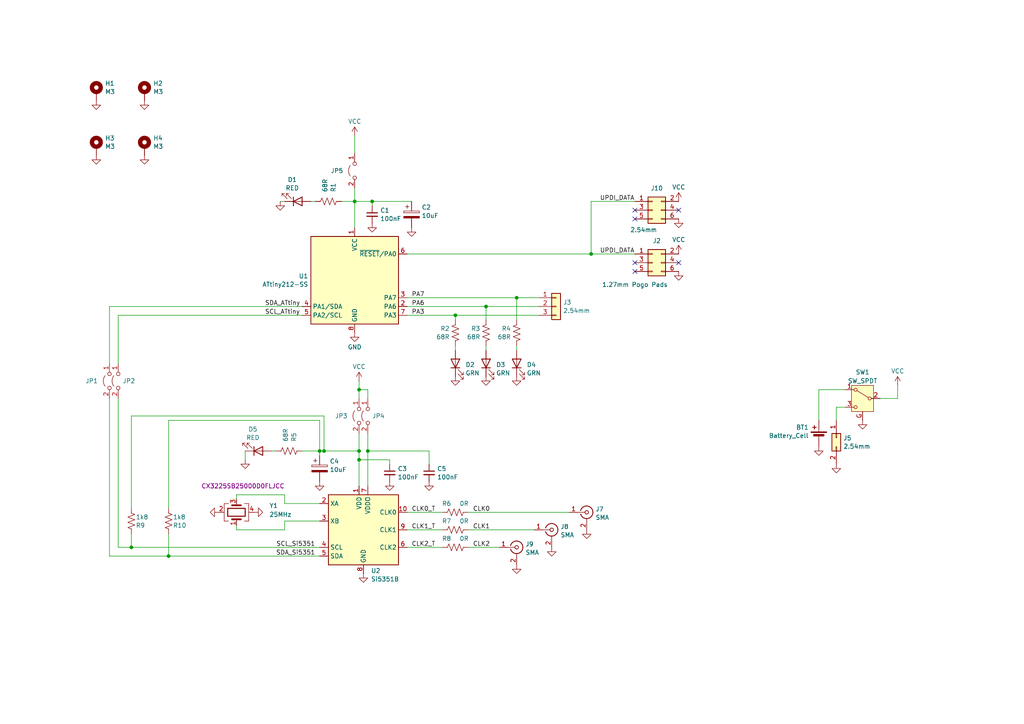
<source format=kicad_sch>
(kicad_sch (version 20230121) (generator eeschema)
  (paper "A4")
  (title_block (title "Si5351 Development Board") (date "2024-07-15") (rev "A") (company "Company: Inverted Pursuits Lab") (comment 1 "Engineer: Thomas Francois KXØSTL"))
  (lib_symbols
    (symbol "Connector:Conn_Coaxial" (pin_names (offset 1.016) hide)
      (property "Reference" "J" (at 0.254 3.048 0))
      (property "Value" "Conn_Coaxial" (at 2.921 0 90))
      (symbol "Conn_Coaxial_0_1"
        (arc (start -1.778 -0.508) (mid 0.2311 -1.8066) (end 1.778 0) (stroke (width 0.254)))
        (polyline (pts (xy -2.54 0) (xy -0.508 0)))
        (polyline (pts (xy 0 -2.54) (xy 0 -1.778)))
        (circle (center 0 0) (radius 0.508) (stroke (width 0.2032)))
        (arc (start 1.778 0) (mid 0.2099 1.8101) (end -1.778 0.508) (stroke (width 0.254)))
      )
      (symbol "Conn_Coaxial_1_1"
        (pin passive line (at -5.08 0 0) (length 2.54) (name "In") (number "1"))
        (pin passive line (at 0 -5.08 90) (length 2.54) (name "Ext") (number "2"))
      )
    )
    (symbol "Connector_Generic:Conn_01x03" (pin_names (offset 1.016) hide)
      (property "Reference" "J" (at 0 5.08 0))
      (property "Value" "Conn_01x03" (at 0 -5.08 0))
      (symbol "Conn_01x03_1_1"
        (rectangle (start -1.27 -2.413) (end 0 -2.667) (stroke (width 0.1524)))
        (rectangle (start -1.27 0.127) (end 0 -0.127) (stroke (width 0.1524)))
        (rectangle (start -1.27 2.667) (end 0 2.413) (stroke (width 0.1524)))
        (rectangle (start -1.27 3.81) (end 1.27 -3.81) (stroke (width 0.254)) (fill (type background)))
        (pin passive line (at -5.08 2.54 0) (length 3.81) (name "Pin_1") (number "1"))
        (pin passive line (at -5.08 0 0) (length 3.81) (name "Pin_2") (number "2"))
        (pin passive line (at -5.08 -2.54 0) (length 3.81) (name "Pin_3") (number "3"))
      )
    )
    (symbol "Connector_Generic:Conn_02x01" (pin_names (offset 1.016) hide)
      (property "Reference" "J" (at 1.27 2.54 0))
      (property "Value" "Conn_02x01" (at 1.27 -2.54 0))
      (symbol "Conn_02x01_1_1"
        (rectangle (start -1.27 0.127) (end 0 -0.127) (stroke (width 0.1524)))
        (rectangle (start -1.27 1.27) (end 3.81 -1.27) (stroke (width 0.254)) (fill (type background)))
        (rectangle (start 3.81 0.127) (end 2.54 -0.127) (stroke (width 0.1524)))
        (pin passive line (at -5.08 0 0) (length 3.81) (name "Pin_1") (number "1"))
        (pin passive line (at 7.62 0 180) (length 3.81) (name "Pin_2") (number "2"))
      )
    )
    (symbol "Connector_Generic:Conn_02x03_Odd_Even" (pin_names (offset 1.016) hide)
      (property "Reference" "J" (at 1.27 5.08 0))
      (property "Value" "Conn_02x03_Odd_Even" (at 1.27 -5.08 0))
      (symbol "Conn_02x03_Odd_Even_1_1"
        (rectangle (start -1.27 -2.413) (end 0 -2.667) (stroke (width 0.1524)))
        (rectangle (start -1.27 0.127) (end 0 -0.127) (stroke (width 0.1524)))
        (rectangle (start -1.27 2.667) (end 0 2.413) (stroke (width 0.1524)))
        (rectangle (start -1.27 3.81) (end 3.81 -3.81) (stroke (width 0.254)) (fill (type background)))
        (rectangle (start 3.81 -2.413) (end 2.54 -2.667) (stroke (width 0.1524)))
        (rectangle (start 3.81 0.127) (end 2.54 -0.127) (stroke (width 0.1524)))
        (rectangle (start 3.81 2.667) (end 2.54 2.413) (stroke (width 0.1524)))
        (pin passive line (at -5.08 2.54 0) (length 3.81) (name "Pin_1") (number "1"))
        (pin passive line (at 7.62 2.54 180) (length 3.81) (name "Pin_2") (number "2"))
        (pin passive line (at -5.08 0 0) (length 3.81) (name "Pin_3") (number "3"))
        (pin passive line (at 7.62 0 180) (length 3.81) (name "Pin_4") (number "4"))
        (pin passive line (at -5.08 -2.54 0) (length 3.81) (name "Pin_5") (number "5"))
        (pin passive line (at 7.62 -2.54 180) (length 3.81) (name "Pin_6") (number "6"))
      )
    )
    (symbol "Device:Battery_Cell" (pin_numbers hide) (pin_names (offset 0) hide)
      (property "Reference" "BT1" (at 2.921 3.0536 0))
      (property "Value" "Battery_Cell" (at 2.921 0.6294 0))
      (symbol "Battery_Cell_0_1"
        (rectangle (start -2.286 1.778) (end 2.286 1.524) (fill (type outline)))
        (rectangle (start -1.524 1.016) (end 1.524 0.508) (fill (type outline)))
        (polyline (pts (xy 0 0.762) (xy 0 0)))
        (polyline (pts (xy 0 1.778) (xy 0 2.54)))
        (polyline (pts (xy 0.762 3.048) (xy 1.778 3.048)) (stroke (width 0.254)))
        (polyline (pts (xy 1.27 3.556) (xy 1.27 2.54)) (stroke (width 0.254)))
      )
      (symbol "Battery_Cell_1_1"
        (pin passive line (at 0 -2.54 90) (length 2.54) (name "-") (number "N"))
        (pin passive line (at 0 5.08 270) (length 2.54) (name "+") (number "P"))
      )
    )
    (symbol "Device:C_Polarized" (pin_numbers hide) (pin_names (offset 0.254))
      (property "Reference" "C" (at 0.635 2.54 0))
      (property "Value" "C_Polarized" (at 0.635 -2.54 0))
      (symbol "C_Polarized_0_1"
        (rectangle (start -2.286 0.508) (end 2.286 1.016))
        (polyline (pts (xy -1.778 2.286) (xy -0.762 2.286)))
        (polyline (pts (xy -1.27 2.794) (xy -1.27 1.778)))
        (rectangle (start 2.286 -0.508) (end -2.286 -1.016) (fill (type outline)))
      )
      (symbol "C_Polarized_1_1"
        (pin passive line (at 0 3.81 270) (length 2.794) (name "~") (number "1"))
        (pin passive line (at 0 -3.81 90) (length 2.794) (name "~") (number "2"))
      )
    )
    (symbol "Device:C_Small" (pin_numbers hide) (pin_names (offset 0.254) hide)
      (property "Reference" "C" (at 0.254 1.778 0))
      (property "Value" "C_Small" (at 0.254 -2.032 0))
      (symbol "C_Small_0_1"
        (polyline (pts (xy -1.524 -0.508) (xy 1.524 -0.508)) (stroke (width 0.3302)))
        (polyline (pts (xy -1.524 0.508) (xy 1.524 0.508)) (stroke (width 0.3048)))
      )
      (symbol "C_Small_1_1"
        (pin passive line (at 0 2.54 270) (length 2.032) (name "~") (number "1"))
        (pin passive line (at 0 -2.54 90) (length 2.032) (name "~") (number "2"))
      )
    )
    (symbol "Device:Crystal_GND24" (pin_names (offset 1.016) hide)
      (property "Reference" "Y" (at 3.175 5.08 0))
      (property "Value" "Crystal_GND24" (at 3.175 3.175 0))
      (symbol "Crystal_GND24_0_1"
        (rectangle (start -1.143 2.54) (end 1.143 -2.54) (stroke (width 0.3048)))
        (polyline (pts (xy -2.54 0) (xy -2.032 0)))
        (polyline (pts (xy -2.032 -1.27) (xy -2.032 1.27)) (stroke (width 0.508)))
        (polyline (pts (xy 0 -3.81) (xy 0 -3.556)))
        (polyline (pts (xy 0 3.556) (xy 0 3.81)))
        (polyline (pts (xy 2.032 -1.27) (xy 2.032 1.27)) (stroke (width 0.508)))
        (polyline (pts (xy 2.032 0) (xy 2.54 0)))
        (polyline (pts (xy -2.54 -2.286) (xy -2.54 -3.556) (xy 2.54 -3.556) (xy 2.54 -2.286)))
        (polyline (pts (xy -2.54 2.286) (xy -2.54 3.556) (xy 2.54 3.556) (xy 2.54 2.286)))
      )
      (symbol "Crystal_GND24_1_1"
        (pin passive line (at -3.81 0 0) (length 1.27) (name "1") (number "1"))
        (pin passive line (at 0 5.08 270) (length 1.27) (name "2") (number "2"))
        (pin passive line (at 3.81 0 180) (length 1.27) (name "3") (number "3"))
        (pin passive line (at 0 -5.08 90) (length 1.27) (name "4") (number "4"))
      )
    )
    (symbol "Device:LED" (pin_numbers hide) (pin_names (offset 1.016) hide)
      (property "Reference" "D" (at 0 2.54 0))
      (property "Value" "LED" (at 0 -2.54 0))
      (symbol "LED_0_1"
        (polyline (pts (xy -1.27 -1.27) (xy -1.27 1.27)) (stroke (width 0.254)))
        (polyline (pts (xy -1.27 0) (xy 1.27 0)))
        (polyline (pts (xy 1.27 -1.27) (xy 1.27 1.27) (xy -1.27 0) (xy 1.27 -1.27)) (stroke (width 0.254)))
        (polyline (pts (xy -3.048 -0.762) (xy -4.572 -2.286) (xy -3.81 -2.286) (xy -4.572 -2.286) (xy -4.572 -1.524)))
        (polyline (pts (xy -1.778 -0.762) (xy -3.302 -2.286) (xy -2.54 -2.286) (xy -3.302 -2.286) (xy -3.302 -1.524)))
      )
      (symbol "LED_1_1"
        (pin passive line (at -3.81 0 0) (length 2.54) (name "K") (number "1"))
        (pin passive line (at 3.81 0 180) (length 2.54) (name "A") (number "2"))
      )
    )
    (symbol "Device:R_US" (pin_numbers hide) (pin_names (offset 0))
      (property "Reference" "R" (at 2.54 0 90))
      (property "Value" "R_US" (at -2.54 0 90))
      (symbol "R_US_0_1"
        (polyline (pts (xy 0 -2.286) (xy 0 -2.54)))
        (polyline (pts (xy 0 2.286) (xy 0 2.54)))
        (polyline (pts (xy 0 -0.762) (xy 1.016 -1.143) (xy 0 -1.524) (xy -1.016 -1.905) (xy 0 -2.286)))
        (polyline (pts (xy 0 0.762) (xy 1.016 0.381) (xy 0 0) (xy -1.016 -0.381) (xy 0 -0.762)))
        (polyline (pts (xy 0 2.286) (xy 1.016 1.905) (xy 0 1.524) (xy -1.016 1.143) (xy 0 0.762)))
      )
      (symbol "R_US_1_1"
        (pin passive line (at 0 3.81 270) (length 1.27) (name "~") (number "1"))
        (pin passive line (at 0 -3.81 90) (length 1.27) (name "~") (number "2"))
      )
    )
    (symbol "Jumper:Jumper_2_Open" (pin_names (offset 0) hide)
      (property "Reference" "JP" (at 0 2.794 0))
      (property "Value" "Jumper_2_Open" (at 0 -2.286 0))
      (symbol "Jumper_2_Open_0_0"
        (circle (center -2.032 0) (radius 0.508))
        (circle (center 2.032 0) (radius 0.508))
      )
      (symbol "Jumper_2_Open_0_1"
        (arc (start 1.524 1.27) (mid 0 1.778) (end -1.524 1.27))
      )
      (symbol "Jumper_2_Open_1_1"
        (pin passive line (at -5.08 0 0) (length 2.54) (name "A") (number "1"))
        (pin passive line (at 5.08 0 180) (length 2.54) (name "B") (number "2"))
      )
    )
    (symbol "MCU_Microchip_ATtiny:ATtiny212-SS"
      (property "Reference" "U1" (at -13.462 1.2121 0))
      (property "Value" "ATtiny212-SS" (at -13.462 -1.2121 0))
      (symbol "ATtiny212-SS_0_1"
        (rectangle (start -12.7 -12.7) (end 12.7 12.7) (stroke (width 0.254)) (fill (type background)))
      )
      (symbol "ATtiny212-SS_1_1"
        (pin power_in line (at 0 15.24 270) (length 2.54) (name "VCC") (number "1"))
        (pin bidirectional line (at 15.24 -7.62 180) (length 2.54) (name "PA6") (number "2"))
        (pin bidirectional line (at 15.24 -5.08 180) (length 2.54) (name "PA7") (number "3"))
        (pin bidirectional line (at -15.24 -7.62 0) (length 2.54) (name "PA1/SDA") (number "4"))
        (pin bidirectional line (at -15.24 -10.16 0) (length 2.54) (name "PA2/SCL") (number "5"))
        (pin bidirectional line (at 15.24 7.62 180) (length 2.54) (name "~{RESET}/PA0") (number "6"))
        (pin bidirectional line (at 15.24 -10.16 180) (length 2.54) (name "PA3") (number "7"))
        (pin power_in line (at 0 -15.24 90) (length 2.54) (name "GND") (number "8"))
      )
    )
    (symbol "Mechanical:MountingHole_Pad" (pin_numbers hide) (pin_names (offset 1.016) hide)
      (property "Reference" "H" (at 0 6.35 0))
      (property "Value" "MountingHole_Pad" (at 0 4.445 0))
      (symbol "MountingHole_Pad_0_1"
        (circle (center 0 1.27) (radius 1.27) (stroke (width 1.27)))
      )
      (symbol "MountingHole_Pad_1_1"
        (pin input line (at 0 -2.54 90) (length 2.54) (name "1") (number "1"))
      )
    )
    (symbol "Oscillator:Si5351A-B-GT"
      (property "Reference" "U2" (at 2.1941 -11.8801 0))
      (property "Value" "Si5351B" (at 2.1941 -14.3043 0))
      (symbol "Si5351A-B-GT_0_1"
        (rectangle (start -10.16 10.16) (end 10.16 -10.16) (stroke (width 0.254)) (fill (type background)))
      )
      (symbol "Si5351A-B-GT_1_1"
        (pin power_in line (at -1.27 12.7 270) (length 2.54) (name "VDD") (number "1"))
        (pin output line (at 12.7 5.08 180) (length 2.54) (name "CLK0") (number "10"))
        (pin input line (at -12.7 7.62 0) (length 2.54) (name "XA") (number "2"))
        (pin input line (at -12.7 2.54 0) (length 2.54) (name "XB") (number "3"))
        (pin input line (at -12.7 -5.08 0) (length 2.54) (name "SCL") (number "4"))
        (pin bidirectional line (at -12.7 -7.62 0) (length 2.54) (name "SDA") (number "5"))
        (pin output line (at 12.7 -5.08 180) (length 2.54) (name "CLK2") (number "6"))
        (pin power_in line (at 1.27 12.7 270) (length 2.54) (name "VDDO") (number "7"))
        (pin power_in line (at 0 -12.7 90) (length 2.54) (name "GND") (number "8"))
        (pin output line (at 12.7 0 180) (length 2.54) (name "CLK1") (number "9"))
      )
    )
    (symbol "Switch:SW_SPDT" (pin_names (offset 0) hide)
      (property "Reference" "SW1" (at 0 7.62 0))
      (property "Value" "SW_SPDT" (at 0 5.08 0))
      (symbol "SW_SPDT_0_1"
        (circle (center -2.032 0) (radius 0.4572))
        (polyline (pts (xy -1.651 0.254) (xy 1.651 2.286)))
        (circle (center 2.032 -2.54) (radius 0.4572))
        (circle (center 2.032 2.54) (radius 0.4572))
      )
      (symbol "SW_SPDT_1_1"
        (rectangle (start -3.175 3.81) (end 3.175 -3.81) (fill (type background)))
        (pin passive line (at 5.08 2.54 180) (length 2.54) (name "A") (number "1"))
        (pin passive line (at -5.08 0 0) (length 2.54) (name "B") (number "2"))
        (pin passive line (at 5.08 -2.54 180) (length 2.54) (name "C") (number "3"))
        (pin power_in line (at 0 -6.35 90) (length 2.54) (name "G") (number "G"))
        (pin power_in line (at 0 -6.35 90) (length 2.54) hide (name "G") (number "G"))
      )
    )
    (symbol "power:GND" (power) (pin_names (offset 0))
      (property "Value" "GND" (at 0 -3.81 0))
      (symbol "GND_0_1"
        (polyline (pts (xy 0 0) (xy 0 -1.27) (xy 1.27 -1.27) (xy 0 -2.54) (xy -1.27 -1.27) (xy 0 -1.27)))
      )
      (symbol "GND_1_1"
        (pin power_in line (at 0 0 270) (length 0) hide (name "GND") (number "1"))
      )
    )
    (symbol "power:VCC" (power) (pin_names (offset 0))
      (property "Value" "VCC" (at 0 3.81 0))
      (symbol "VCC_0_1"
        (polyline (pts (xy -0.762 1.27) (xy 0 2.54)))
        (polyline (pts (xy 0 0) (xy 0 2.54)))
        (polyline (pts (xy 0 2.54) (xy 0.762 1.27)))
      )
      (symbol "VCC_1_1"
        (pin power_in line (at 0 0 90) (length 0) hide (name "VCC") (number "1"))
      )
    )
  )
  (junction (at 48.895 161.29))
  (junction (at 93.98 130.81))
  (junction (at 171.45 73.66))
  (junction (at 104.14 133.35))
  (junction (at 104.14 130.81))
  (junction (at 106.68 130.81))
  (junction (at 104.14 113.03))
  (junction (at 102.87 58.42))
  (junction (at 149.86 86.36))
  (junction (at 38.1 158.75))
  (junction (at 140.97 88.9))
  (junction (at 132.08 91.44))
  (junction (at 107.95 58.42))
  (junction (at 92.71 130.81))
  (no_connect (at 184.15 78.74))
  (no_connect (at 196.85 60.96))
  (no_connect (at 184.15 76.2))
  (no_connect (at 196.85 76.2))
  (no_connect (at 184.15 63.5))
  (no_connect (at 184.15 60.96))
  (wire (pts (xy 104.14 125.73) (xy 104.14 130.81)))
  (wire (pts (xy 255.27 115.57) (xy 260.35 115.57)))
  (wire (pts (xy 184.15 58.42) (xy 171.45 58.42)))
  (wire (pts (xy 38.1 154.94) (xy 38.1 158.75)))
  (wire (pts (xy 93.98 120.65) (xy 93.98 130.81)))
  (wire (pts (xy 118.11 73.66) (xy 171.45 73.66)))
  (wire (pts (xy 107.95 58.42) (xy 119.38 58.42)))
  (wire (pts (xy 132.08 91.44) (xy 156.21 91.44)))
  (wire (pts (xy 128.27 153.67) (xy 118.11 153.67)))
  (wire (pts (xy 140.97 88.9) (xy 156.21 88.9)))
  (wire (pts (xy 91.44 58.42) (xy 90.17 58.42)))
  (wire (pts (xy 102.87 58.42) (xy 102.87 66.04)))
  (wire (pts (xy 128.27 158.75) (xy 118.11 158.75)))
  (wire (pts (xy 135.89 148.59) (xy 165.1 148.59)))
  (wire (pts (xy 68.58 143.51) (xy 82.55 143.51)))
  (wire (pts (xy 82.55 153.67) (xy 68.58 153.67)))
  (wire (pts (xy 104.14 130.81) (xy 104.14 133.35)))
  (wire (pts (xy 68.58 153.67) (xy 68.58 152.4)))
  (wire (pts (xy 106.68 130.81) (xy 106.68 140.97)))
  (wire (pts (xy 34.29 91.44) (xy 34.29 105.41)))
  (wire (pts (xy 48.895 154.94) (xy 48.895 161.29)))
  (wire (pts (xy 107.95 59.69) (xy 107.95 58.42)))
  (wire (pts (xy 106.68 125.73) (xy 106.68 130.81)))
  (wire (pts (xy 38.1 120.65) (xy 38.1 147.32)))
  (wire (pts (xy 102.87 58.42) (xy 107.95 58.42)))
  (wire (pts (xy 106.68 130.81) (xy 124.46 130.81)))
  (wire (pts (xy 135.89 158.75) (xy 144.78 158.75)))
  (wire (pts (xy 82.55 143.51) (xy 82.55 146.05)))
  (wire (pts (xy 34.29 158.75) (xy 38.1 158.75)))
  (wire (pts (xy 128.27 148.59) (xy 118.11 148.59)))
  (wire (pts (xy 68.58 144.78) (xy 68.58 143.51)))
  (wire (pts (xy 102.87 39.37) (xy 102.87 44.45)))
  (wire (pts (xy 48.895 161.29) (xy 31.75 161.29)))
  (wire (pts (xy 140.97 92.71) (xy 140.97 88.9)))
  (wire (pts (xy 149.86 86.36) (xy 118.11 86.36)))
  (wire (pts (xy 106.68 113.03) (xy 106.68 115.57)))
  (wire (pts (xy 31.75 88.9) (xy 31.75 105.41)))
  (wire (pts (xy 104.14 110.49) (xy 104.14 113.03)))
  (wire (pts (xy 237.49 113.03) (xy 245.11 113.03)))
  (wire (pts (xy 102.87 54.61) (xy 102.87 58.42)))
  (wire (pts (xy 149.86 100.33) (xy 149.86 101.6)))
  (wire (pts (xy 104.14 133.35) (xy 113.03 133.35)))
  (wire (pts (xy 242.57 121.92) (xy 242.57 118.11)))
  (wire (pts (xy 92.71 132.08) (xy 92.71 130.81)))
  (wire (pts (xy 260.35 115.57) (xy 260.35 111.76)))
  (wire (pts (xy 113.03 134.62) (xy 113.03 133.35)))
  (wire (pts (xy 132.08 100.33) (xy 132.08 101.6)))
  (wire (pts (xy 87.63 91.44) (xy 34.29 91.44)))
  (wire (pts (xy 31.75 115.57) (xy 31.75 161.29)))
  (wire (pts (xy 140.97 100.33) (xy 140.97 101.6)))
  (wire (pts (xy 242.57 118.11) (xy 245.11 118.11)))
  (wire (pts (xy 87.63 130.81) (xy 92.71 130.81)))
  (wire (pts (xy 132.08 91.44) (xy 118.11 91.44)))
  (wire (pts (xy 82.55 151.13) (xy 92.71 151.13)))
  (wire (pts (xy 34.29 115.57) (xy 34.29 158.75)))
  (wire (pts (xy 171.45 58.42) (xy 171.45 73.66)))
  (wire (pts (xy 237.49 121.92) (xy 237.49 113.03)))
  (wire (pts (xy 171.45 73.66) (xy 184.15 73.66)))
  (wire (pts (xy 71.12 133.35) (xy 71.12 130.81)))
  (wire (pts (xy 82.55 146.05) (xy 92.71 146.05)))
  (wire (pts (xy 124.46 130.81) (xy 124.46 134.62)))
  (wire (pts (xy 31.75 88.9) (xy 87.63 88.9)))
  (wire (pts (xy 104.14 113.03) (xy 106.68 113.03)))
  (wire (pts (xy 132.08 92.71) (xy 132.08 91.44)))
  (wire (pts (xy 93.98 130.81) (xy 104.14 130.81)))
  (wire (pts (xy 80.01 130.81) (xy 78.74 130.81)))
  (wire (pts (xy 140.97 88.9) (xy 118.11 88.9)))
  (wire (pts (xy 92.71 121.92) (xy 92.71 130.81)))
  (wire (pts (xy 82.55 151.13) (xy 82.55 153.67)))
  (wire (pts (xy 38.1 120.65) (xy 93.98 120.65)))
  (wire (pts (xy 48.895 121.92) (xy 92.71 121.92)))
  (wire (pts (xy 99.06 58.42) (xy 102.87 58.42)))
  (wire (pts (xy 92.71 161.29) (xy 48.895 161.29)))
  (wire (pts (xy 104.14 133.35) (xy 104.14 140.97)))
  (wire (pts (xy 81.28 58.42) (xy 82.55 58.42)))
  (wire (pts (xy 38.1 158.75) (xy 92.71 158.75)))
  (wire (pts (xy 48.895 121.92) (xy 48.895 147.32)))
  (wire (pts (xy 104.14 113.03) (xy 104.14 115.57)))
  (wire (pts (xy 149.86 86.36) (xy 156.21 86.36)))
  (wire (pts (xy 135.89 153.67) (xy 154.94 153.67)))
  (wire (pts (xy 149.86 92.71) (xy 149.86 86.36)))
  (wire (pts (xy 92.71 130.81) (xy 93.98 130.81)))
  (label "PA6" (at 119.38 88.9 0))
  (label "SDA_ATtiny" (at 76.835 88.9 0))
  (label "SCL_ATtiny" (at 76.835 91.44 0))
  (label "CLK2" (at 137.16 158.75 0))
  (label "PA3" (at 119.38 91.44 0))
  (label "UPDI_DATA" (at 173.99 58.42 0))
  (label "CLK1_T" (at 119.38 153.67 0))
  (label "SDA_Si5351" (at 91.44 161.29 180))
  (label "PA7" (at 119.38 86.36 0))
  (label "CLK2_T" (at 119.38 158.75 0))
  (label "SCL_Si5351" (at 91.44 158.75 180))
  (label "CLK0_T" (at 119.38 148.59 0))
  (label "CLK0" (at 137.16 148.59 0))
  (label "UPDI_DATA" (at 173.99 73.66 0))
  (label "CLK1" (at 137.16 153.67 0))
  (symbol (lib_id "Jumper:Jumper_2_Open") (at 31.75 110.49 90) (mirror x) (unit 1)
    (property "Reference" "JP1" (at 24.765 110.49 90) (effects (justify right)))
    (property "Value" "Jumper_2_Open" (effects hide))
    (property "Footprint" "Jumper:SolderJumper-2_P1.3mm_Open_TrianglePad1.0x1.5mm" (effects hide))
  )
  (symbol (lib_id "power:GND") (at 41.91 29.21 0) (mirror y) (unit 1)
    (property "Reference" "#PWR031" (effects hide))
    (property "Value" "GND" (effects hide))
  )
  (symbol (lib_id "Device:R_US") (at 140.97 96.52 0) (mirror y) (unit 1)
    (property "Reference" "R3" (at 139.319 95.3079 0) (effects (justify left)))
    (property "Value" "68R" (at 139.319 97.7321 0) (effects (justify left)))
    (property "Footprint" "Resistor_SMD:R_0603_1608Metric_Pad0.98x0.95mm_HandSolder" (effects hide))
  )
  (symbol (lib_id "Jumper:Jumper_2_Open") (at 34.29 110.49 90) (mirror x) (unit 1)
    (property "Reference" "JP2" (at 35.56 110.49 90) (effects (justify right)))
    (property "Value" "Jumper_2_Open" (effects hide))
    (property "Footprint" "Jumper:SolderJumper-2_P1.3mm_Open_TrianglePad1.0x1.5mm" (effects hide))
  )
  (symbol (lib_id "power:GND") (at 27.94 29.21 0) (mirror y) (unit 1)
    (property "Reference" "#PWR030" (effects hide))
    (property "Value" "GND" (effects hide))
  )
  (symbol (lib_id "Connector_Generic:Conn_01x03") (at 161.29 88.9 0) (unit 1)
    (property "Reference" "J3" (at 163.322 87.6879 0) (effects (justify left)))
    (property "Value" "2.54mm" (at 163.322 90.1121 0) (effects (justify left)))
    (property "Footprint" "Connector_PinHeader_2.54mm:PinHeader_1x03_P2.54mm_Vertical" (effects hide))
  )
  (symbol (lib_id "Switch:SW_SPDT") (at 250.19 115.57 0) (mirror y) (unit 1)
    (property "Reference" "SW1" (at 250.19 107.95 0))
    (property "Value" "SW_SPDT" (at 250.19 110.49 0))
    (property "Footprint" "Library:SLW-121586-5A-D" (effects hide))
    (property "Datasheet" "https://www.cuidevices.com/product/resource/slw-121586-5a-d.pdf" (effects hide))
  )
  (symbol (lib_id "power:GND") (at 124.46 139.7 0) (mirror y) (unit 1)
    (property "Reference" "#PWR014" (effects hide))
    (property "Value" "GND" (effects hide))
  )
  (symbol (lib_id "power:GND") (at 113.03 139.7 0) (mirror y) (unit 1)
    (property "Reference" "#PWR025" (effects hide))
    (property "Value" "GND" (effects hide))
  )
  (symbol (lib_id "power:GND") (at 237.49 129.54 0) (unit 1)
    (property "Reference" "#PWR016" (effects hide))
    (property "Value" "GND" (effects hide))
  )
  (symbol (lib_id "power:GND") (at 149.86 163.83 0) (unit 1)
    (property "Reference" "#PWR023" (effects hide))
    (property "Value" "GND" (effects hide))
  )
  (symbol (lib_id "Device:LED") (at 132.08 105.41 90) (unit 1)
    (property "Reference" "D2" (at 135.001 105.7854 90) (effects (justify right)))
    (property "Value" "GRN" (at 135.001 108.2096 90) (effects (justify right)))
    (property "Footprint" "LED_SMD:LED_0603_1608Metric_Pad1.05x0.95mm_HandSolder" (effects hide))
  )
  (symbol (lib_id "power:GND") (at 71.12 133.35 0) (mirror y) (unit 1)
    (property "Reference" "#PWR017" (effects hide))
    (property "Value" "GND" (effects hide))
  )
  (symbol (lib_id "power:GND") (at 160.02 158.75 0) (unit 1)
    (property "Reference" "#PWR022" (effects hide))
    (property "Value" "GND" (effects hide))
  )
  (symbol (lib_id "power:GND") (at 102.87 96.52 0) (unit 1)
    (property "Reference" "#PWR07" (effects hide))
    (property "Value" "GND" (at 102.87 100.6531 0))
  )
  (symbol (lib_id "Connector:Conn_Coaxial") (at 160.02 153.67 0) (unit 1)
    (property "Reference" "J8" (at 162.5601 152.7511 0) (effects (justify left)))
    (property "Value" "SMA" (at 162.5601 155.1753 0) (effects (justify left)))
    (property "Footprint" "Connector_Coaxial:SMA_Amphenol_132134-16_Vertical" (effects hide))
    (property "Datasheet" " ~" (effects hide))
  )
  (symbol (lib_id "power:VCC") (at 260.35 111.76 0) (unit 1)
    (property "Reference" "#PWR011" (effects hide))
    (property "Value" "VCC" (at 260.35 107.6269 0))
  )
  (symbol (lib_id "power:GND") (at 73.66 148.59 90) (unit 1)
    (property "Reference" "#PWR020" (effects hide))
    (property "Value" "GND" (effects hide))
  )
  (symbol (lib_id "Device:LED") (at 86.36 58.42 0) (mirror x) (unit 1)
    (property "Reference" "D1" (at 84.7725 52.1167 0))
    (property "Value" "RED" (at 84.7725 54.5409 0))
    (property "Footprint" "LED_SMD:LED_0603_1608Metric_Pad1.05x0.95mm_HandSolder" (effects hide))
  )
  (symbol (lib_id "Device:R_US") (at 132.08 148.59 90) (unit 1)
    (property "Reference" "R6" (at 129.54 146.05 90))
    (property "Value" "0R" (at 134.62 146.05 90))
    (property "Footprint" "Resistor_SMD:R_0603_1608Metric_Pad0.98x0.95mm_HandSolder" (effects hide))
  )
  (symbol (lib_id "power:GND") (at 140.97 109.22 0) (unit 1)
    (property "Reference" "#PWR09" (effects hide))
    (property "Value" "GND" (effects hide))
  )
  (symbol (lib_id "Device:C_Small") (at 124.46 137.16 0) (unit 1)
    (property "Reference" "C5" (at 126.7841 135.9542 0) (effects (justify left)))
    (property "Value" "100nF" (at 126.7841 138.3784 0) (effects (justify left)))
    (property "Footprint" "Capacitor_SMD:C_0603_1608Metric_Pad1.08x0.95mm_HandSolder" (effects hide))
  )
  (symbol (lib_id "power:GND") (at 107.95 64.77 0) (unit 1)
    (property "Reference" "#PWR02" (effects hide))
    (property "Value" "GND" (effects hide))
  )
  (symbol (lib_id "MCU_Microchip_ATtiny:ATtiny212-SS") (at 102.87 81.28 0) (unit 1)
    (property "Reference" "U1" (at 89.408 80.0679 0) (effects (justify right)))
    (property "Value" "ATtiny212-SS" (at 89.408 82.4921 0) (effects (justify right)))
    (property "Footprint" "Package_SO:SOIC-8_3.9x4.9mm_P1.27mm" (effects hide))
    (property "Datasheet" "http://ww1.microchip.com/downloads/en/DeviceDoc/40001911A.pdf" (effects hide))
  )
  (symbol (lib_id "Connector_Generic:Conn_02x03_Odd_Even") (at 189.23 76.2 0) (unit 1)
    (property "Reference" "J2" (at 190.5 69.85 0))
    (property "Value" "1.27mm Pogo Pads" (at 184.15 82.55 0))
    (property "Footprint" "Library:2x3_1.27mm_Pogo_Header" (effects hide))
  )
  (symbol (lib_id "Device:LED") (at 74.93 130.81 0) (mirror x) (unit 1)
    (property "Reference" "D5" (at 73.3425 124.5067 0))
    (property "Value" "RED" (at 73.3425 126.9309 0))
    (property "Footprint" "LED_SMD:LED_0603_1608Metric_Pad1.05x0.95mm_HandSolder" (effects hide))
  )
  (symbol (lib_id "power:VCC") (at 196.85 58.42 0) (mirror y) (unit 1)
    (property "Reference" "#PWR027" (effects hide))
    (property "Value" "VCC" (at 196.85 54.2869 0))
  )
  (symbol (lib_id "power:GND") (at 81.28 58.42 0) (mirror y) (unit 1)
    (property "Reference" "#PWR04" (effects hide))
    (property "Value" "GND" (effects hide))
  )
  (symbol (lib_id "Device:R_US") (at 132.08 158.75 90) (unit 1)
    (property "Reference" "R8" (at 129.54 156.21 90))
    (property "Value" "0R" (at 134.62 156.21 90))
    (property "Footprint" "Resistor_SMD:R_0603_1608Metric_Pad0.98x0.95mm_HandSolder" (effects hide))
  )
  (symbol (lib_id "Device:Battery_Cell") (at 237.49 127 0) (mirror y) (unit 1)
    (property "Reference" "BT1" (at 234.569 123.9464 0) (effects (justify left)))
    (property "Value" "Battery_Cell" (at 234.569 126.3706 0) (effects (justify left)))
    (property "Footprint" "Library:BAT_1066" (effects hide))
    (property "DigiKey" "https://www.digikey.com/en/products/detail/keystone-electronics/1066/303562?_gl=1*a0mz66*_up*MQ..&gclid=CjwKCAjwtNi0BhA1EiwAWZaANAL41WV8sEbh1nN0FnGIZCPn0ohKTn5zkOA6cHMSFE_i2yags8q91xoC8rkQAvD_BwE" (effects hide))
  )
  (symbol (lib_id "Device:R_US") (at 132.08 153.67 90) (unit 1)
    (property "Reference" "R7" (at 129.54 151.13 90))
    (property "Value" "0R" (at 134.62 151.13 90))
    (property "Footprint" "Resistor_SMD:R_0603_1608Metric_Pad0.98x0.95mm_HandSolder" (effects hide))
  )
  (symbol (lib_id "Connector:Conn_Coaxial") (at 170.18 148.59 0) (unit 1)
    (property "Reference" "J7" (at 172.7201 147.6711 0) (effects (justify left)))
    (property "Value" "SMA" (at 172.7201 150.0953 0) (effects (justify left)))
    (property "Footprint" "Connector_Coaxial:SMA_Amphenol_132134-16_Vertical" (effects hide))
    (property "Datasheet" " ~" (effects hide))
  )
  (symbol (lib_id "power:GND") (at 105.41 166.37 0) (unit 1)
    (property "Reference" "#PWR024" (effects hide))
    (property "Value" "GND" (effects hide))
  )
  (symbol (lib_id "Connector_Generic:Conn_02x01") (at 242.57 127 270) (unit 1)
    (property "Reference" "J5" (at 244.602 127.0579 90) (effects (justify left)))
    (property "Value" "2.54mm" (at 244.602 129.4821 90) (effects (justify left)))
    (property "Footprint" "Connector_PinHeader_2.54mm:PinHeader_1x02_P2.54mm_Vertical" (effects hide))
  )
  (symbol (lib_id "power:GND") (at 250.19 121.92 0) (unit 1)
    (property "Reference" "#PWR013" (effects hide))
    (property "Value" "GND" (effects hide))
  )
  (symbol (lib_id "power:GND") (at 119.38 66.04 0) (mirror y) (unit 1)
    (property "Reference" "#PWR03" (effects hide))
    (property "Value" "GND" (effects hide))
  )
  (symbol (lib_id "Device:LED") (at 149.86 105.41 90) (unit 1)
    (property "Reference" "D4" (at 152.781 105.7854 90) (effects (justify right)))
    (property "Value" "GRN" (at 152.781 108.2096 90) (effects (justify right)))
    (property "Footprint" "LED_SMD:LED_0603_1608Metric_Pad1.05x0.95mm_HandSolder" (effects hide))
  )
  (symbol (lib_id "power:GND") (at 27.94 45.085 0) (mirror y) (unit 1)
    (property "Reference" "#PWR028" (effects hide))
    (property "Value" "GND" (effects hide))
  )
  (symbol (lib_id "power:GND") (at 196.85 63.5 0) (unit 1)
    (property "Reference" "#PWR026" (effects hide))
    (property "Value" "GND" (effects hide))
  )
  (symbol (lib_id "Device:LED") (at 140.97 105.41 90) (unit 1)
    (property "Reference" "D3" (at 143.891 105.7854 90) (effects (justify right)))
    (property "Value" "GRN" (at 143.891 108.2096 90) (effects (justify right)))
    (property "Footprint" "LED_SMD:LED_0603_1608Metric_Pad1.05x0.95mm_HandSolder" (effects hide))
  )
  (symbol (lib_id "Mechanical:MountingHole_Pad") (at 41.91 42.545 0) (unit 1)
    (property "Reference" "H4" (at 44.45 40.0629 0) (effects (justify left)))
    (property "Value" "M3" (at 44.45 42.4871 0) (effects (justify left)))
    (property "Footprint" "MountingHole:MountingHole_3.2mm_M3_Pad" (effects hide))
  )
  (symbol (lib_id "Device:C_Small") (at 107.95 62.23 0) (unit 1)
    (property "Reference" "C1" (at 110.2741 61.0242 0) (effects (justify left)))
    (property "Value" "100nF" (at 110.2741 63.4484 0) (effects (justify left)))
    (property "Footprint" "Capacitor_SMD:C_0603_1608Metric_Pad1.08x0.95mm_HandSolder" (effects hide))
  )
  (symbol (lib_id "Jumper:Jumper_2_Open") (at 104.14 120.65 90) (mirror x) (unit 1)
    (property "Reference" "JP3" (at 97.155 120.65 90) (effects (justify right)))
    (property "Value" "Jumper_2_Open" (effects hide))
    (property "Footprint" "Jumper:SolderJumper-2_P1.3mm_Open_TrianglePad1.0x1.5mm" (effects hide))
  )
  (symbol (lib_id "power:GND") (at 92.71 139.7 0) (mirror y) (unit 1)
    (property "Reference" "#PWR015" (effects hide))
    (property "Value" "GND" (effects hide))
  )
  (symbol (lib_id "Device:C_Small") (at 113.03 137.16 0) (unit 1)
    (property "Reference" "C3" (at 115.3541 135.9542 0) (effects (justify left)))
    (property "Value" "100nF" (at 115.3541 138.3784 0) (effects (justify left)))
    (property "Footprint" "Capacitor_SMD:C_0603_1608Metric_Pad1.08x0.95mm_HandSolder" (effects hide))
  )
  (symbol (lib_id "Jumper:Jumper_2_Open") (at 102.87 49.53 90) (mirror x) (unit 1)
    (property "Reference" "JP5" (at 95.885 49.53 90) (effects (justify right)))
    (property "Value" "Jumper_2_Open" (effects hide))
    (property "Footprint" "Jumper:SolderJumper-2_P1.3mm_Open_TrianglePad1.0x1.5mm" (effects hide))
  )
  (symbol (lib_id "Device:R_US") (at 83.82 130.81 270) (unit 1)
    (property "Reference" "R5" (at 85.2528 128.1326 0) (effects (justify right)))
    (property "Value" "68R" (at 82.8286 128.1326 0) (effects (justify right)))
    (property "Footprint" "Resistor_SMD:R_0603_1608Metric_Pad0.98x0.95mm_HandSolder" (effects hide))
  )
  (symbol (lib_id "power:GND") (at 63.5 148.59 270) (unit 1)
    (property "Reference" "#PWR019" (effects hide))
    (property "Value" "GND" (effects hide))
  )
  (symbol (lib_id "power:GND") (at 132.08 109.22 0) (unit 1)
    (property "Reference" "#PWR08" (effects hide))
    (property "Value" "GND" (effects hide))
  )
  (symbol (lib_id "Connector_Generic:Conn_02x03_Odd_Even") (at 189.23 60.96 0) (unit 1)
    (property "Reference" "J10" (at 190.5 54.61 0))
    (property "Value" "2.54mm" (at 186.69 66.675 0))
    (property "Footprint" "Connector_PinHeader_2.54mm:PinHeader_2x03_P2.54mm_Vertical" (effects hide))
  )
  (symbol (lib_id "power:VCC") (at 196.85 73.66 0) (unit 1)
    (property "Reference" "#PWR05" (effects hide))
    (property "Value" "VCC" (at 196.85 69.5269 0))
  )
  (symbol (lib_id "Device:R_US") (at 95.25 58.42 270) (unit 1)
    (property "Reference" "R1" (at 96.6828 55.7426 0) (effects (justify right)))
    (property "Value" "68R" (at 94.2586 55.7426 0) (effects (justify right)))
    (property "Footprint" "Resistor_SMD:R_0603_1608Metric_Pad0.98x0.95mm_HandSolder" (effects hide))
  )
  (symbol (lib_id "Mechanical:MountingHole_Pad") (at 27.94 26.67 0) (unit 1)
    (property "Reference" "H1" (at 30.48 24.1879 0) (effects (justify left)))
    (property "Value" "M3" (at 30.48 26.6121 0) (effects (justify left)))
    (property "Footprint" "MountingHole:MountingHole_3.2mm_M3_Pad" (effects hide))
  )
  (symbol (lib_id "Mechanical:MountingHole_Pad") (at 41.91 26.67 0) (unit 1)
    (property "Reference" "H2" (at 44.45 24.1879 0) (effects (justify left)))
    (property "Value" "M3" (at 44.45 26.6121 0) (effects (justify left)))
    (property "Footprint" "MountingHole:MountingHole_3.2mm_M3_Pad" (effects hide))
  )
  (symbol (lib_id "Device:C_Polarized") (at 119.38 62.23 0) (unit 1)
    (property "Reference" "C2" (at 122.301 60.1289 0) (effects (justify left)))
    (property "Value" "10uF" (at 122.301 62.5531 0) (effects (justify left)))
    (property "Footprint" "Capacitor_SMD:C_0805_2012Metric_Pad1.18x1.45mm_HandSolder" (effects hide))
  )
  (symbol (lib_id "Device:R_US") (at 132.08 96.52 0) (mirror y) (unit 1)
    (property "Reference" "R2" (at 130.429 95.3079 0) (effects (justify left)))
    (property "Value" "68R" (at 130.429 97.7321 0) (effects (justify left)))
    (property "Footprint" "Resistor_SMD:R_0603_1608Metric_Pad0.98x0.95mm_HandSolder" (effects hide))
  )
  (symbol (lib_id "Device:Crystal_GND24") (at 68.58 148.59 90) (unit 1)
    (property "Reference" "Y1" (at 78.105 146.685 90) (effects (justify right)))
    (property "Value" "25MHz" (at 78.105 149.225 90) (effects (justify right)))
    (property "Footprint" "Library:Crystal_SMD_Kyocera_CX3225SB-4Pin_3.2x2.5mm" (effects hide))
    (property "Datasheet" "https://mm.digikey.com/Volume0/opasdata/d220001/medias/docus/2180/CX3225SB_UKY1C-H1-16355-00_Spec.pdf" (effects hide))
    (property "Field4" "CX3225SB25000D0FLJCC" (at 82.55 140.97 90) (effects (justify left)))
  )
  (symbol (lib_id "Connector:Conn_Coaxial") (at 149.86 158.75 0) (unit 1)
    (property "Reference" "J9" (at 152.4001 157.8311 0) (effects (justify left)))
    (property "Value" "SMA" (at 152.4001 160.2553 0) (effects (justify left)))
    (property "Footprint" "Connector_Coaxial:SMA_Amphenol_132134-16_Vertical" (effects hide))
    (property "Datasheet" " ~" (effects hide))
  )
  (symbol (lib_id "Device:R_US") (at 149.86 96.52 0) (mirror y) (unit 1)
    (property "Reference" "R4" (at 148.209 95.3079 0) (effects (justify left)))
    (property "Value" "68R" (at 148.209 97.7321 0) (effects (justify left)))
    (property "Footprint" "Resistor_SMD:R_0603_1608Metric_Pad0.98x0.95mm_HandSolder" (effects hide))
  )
  (symbol (lib_id "Device:C_Polarized") (at 92.71 135.89 0) (unit 1)
    (property "Reference" "C4" (at 95.631 133.7889 0) (effects (justify left)))
    (property "Value" "10uF" (at 95.631 136.2131 0) (effects (justify left)))
    (property "Footprint" "Capacitor_SMD:C_0805_2012Metric_Pad1.18x1.45mm_HandSolder" (effects hide))
  )
  (symbol (lib_id "Jumper:Jumper_2_Open") (at 106.68 120.65 90) (mirror x) (unit 1)
    (property "Reference" "JP4" (at 107.95 120.65 90) (effects (justify right)))
    (property "Value" "Jumper_2_Open" (effects hide))
    (property "Footprint" "Jumper:SolderJumper-2_P1.3mm_Open_TrianglePad1.0x1.5mm" (effects hide))
  )
  (symbol (lib_id "power:GND") (at 242.57 134.62 0) (unit 1)
    (property "Reference" "#PWR018" (effects hide))
    (property "Value" "GND" (effects hide))
  )
  (symbol (lib_id "power:GND") (at 149.86 109.22 0) (unit 1)
    (property "Reference" "#PWR010" (effects hide))
    (property "Value" "GND" (effects hide))
  )
  (symbol (lib_id "power:GND") (at 41.91 45.085 0) (mirror y) (unit 1)
    (property "Reference" "#PWR029" (effects hide))
    (property "Value" "GND" (effects hide))
  )
  (symbol (lib_id "Device:R_US") (at 48.895 151.13 180) (unit 1)
    (property "Reference" "R10" (at 50.165 152.4 0) (effects (justify right)))
    (property "Value" "1k8" (at 50.165 149.9758 0) (effects (justify right)))
    (property "Footprint" "Resistor_SMD:R_1206_3216Metric" (effects hide))
  )
  (symbol (lib_id "Mechanical:MountingHole_Pad") (at 27.94 42.545 0) (unit 1)
    (property "Reference" "H3" (at 30.48 40.0629 0) (effects (justify left)))
    (property "Value" "M3" (at 30.48 42.4871 0) (effects (justify left)))
    (property "Footprint" "MountingHole:MountingHole_3.2mm_M3_Pad" (effects hide))
  )
  (symbol (lib_id "power:VCC") (at 104.14 110.49 0) (unit 1)
    (property "Reference" "#PWR012" (effects hide))
    (property "Value" "VCC" (at 104.14 106.3569 0))
  )
  (symbol (lib_id "Oscillator:Si5351A-B-GT") (at 105.41 153.67 0) (unit 1)
    (property "Reference" "U2" (at 107.6041 165.5501 0) (effects (justify left)))
    (property "Value" "Si5351B" (at 107.6041 167.9743 0) (effects (justify left)))
    (property "Footprint" "Package_SO:MSOP-10_3x3mm_P0.5mm" (effects hide))
    (property "Datasheet" "https://www.skyworksinc.com/-/media/Skyworks/SL/documents/public/data-sheets/Si5351-B.pdf" (effects hide))
  )
  (symbol (lib_id "power:VCC") (at 102.87 39.37 0) (unit 1)
    (property "Reference" "#PWR01" (effects hide))
    (property "Value" "VCC" (at 102.87 35.2369 0))
  )
  (symbol (lib_id "power:GND") (at 196.85 78.74 0) (unit 1)
    (property "Reference" "#PWR06" (effects hide))
    (property "Value" "GND" (effects hide))
  )
  (symbol (lib_id "power:GND") (at 170.18 153.67 0) (unit 1)
    (property "Reference" "#PWR021" (effects hide))
    (property "Value" "GND" (effects hide))
  )
  (symbol (lib_id "Device:R_US") (at 38.1 151.13 180) (unit 1)
    (property "Reference" "R9" (at 39.37 152.4 0) (effects (justify right)))
    (property "Value" "1k8" (at 39.37 149.9758 0) (effects (justify right)))
    (property "Footprint" "Resistor_SMD:R_1206_3216Metric" (effects hide))
  )
)
</source>
